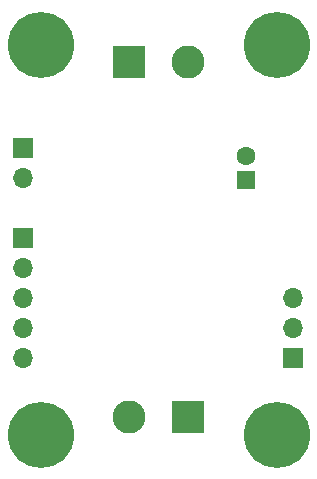
<source format=gbr>
%TF.GenerationSoftware,KiCad,Pcbnew,(7.0.0)*%
%TF.CreationDate,2023-03-21T16:51:35-07:00*%
%TF.ProjectId,DRV8874-breakout-board,44525638-3837-4342-9d62-7265616b6f75,rev?*%
%TF.SameCoordinates,Original*%
%TF.FileFunction,Soldermask,Bot*%
%TF.FilePolarity,Negative*%
%FSLAX46Y46*%
G04 Gerber Fmt 4.6, Leading zero omitted, Abs format (unit mm)*
G04 Created by KiCad (PCBNEW (7.0.0)) date 2023-03-21 16:51:35*
%MOMM*%
%LPD*%
G01*
G04 APERTURE LIST*
%ADD10R,1.700000X1.700000*%
%ADD11O,1.700000X1.700000*%
%ADD12C,5.600000*%
%ADD13R,2.800000X2.800000*%
%ADD14C,2.800000*%
%ADD15R,1.600000X1.600000*%
%ADD16C,1.600000*%
G04 APERTURE END LIST*
D10*
%TO.C,J105*%
X141959999Y-105679999D03*
D11*
X141959999Y-103139999D03*
X141959999Y-100599999D03*
%TD*%
D10*
%TO.C,J104*%
X119099999Y-95519999D03*
D11*
X119099999Y-98059999D03*
X119099999Y-100599999D03*
X119099999Y-103139999D03*
X119099999Y-105679999D03*
%TD*%
D12*
%TO.C,H104*%
X140600000Y-112200000D03*
%TD*%
D13*
%TO.C,J103*%
X128099999Y-80699999D03*
D14*
X133100000Y-80700000D03*
%TD*%
D15*
%TO.C,C104*%
X137999999Y-90655112D03*
D16*
X138000000Y-88655113D03*
%TD*%
D12*
%TO.C,H103*%
X120600000Y-112200000D03*
%TD*%
D10*
%TO.C,J102*%
X119099999Y-87899999D03*
D11*
X119099999Y-90439999D03*
%TD*%
D12*
%TO.C,H102*%
X140600000Y-79200000D03*
%TD*%
D13*
%TO.C,J101*%
X133099999Y-110699999D03*
D14*
X128100000Y-110700000D03*
%TD*%
D12*
%TO.C,H101*%
X120600000Y-79200000D03*
%TD*%
M02*

</source>
